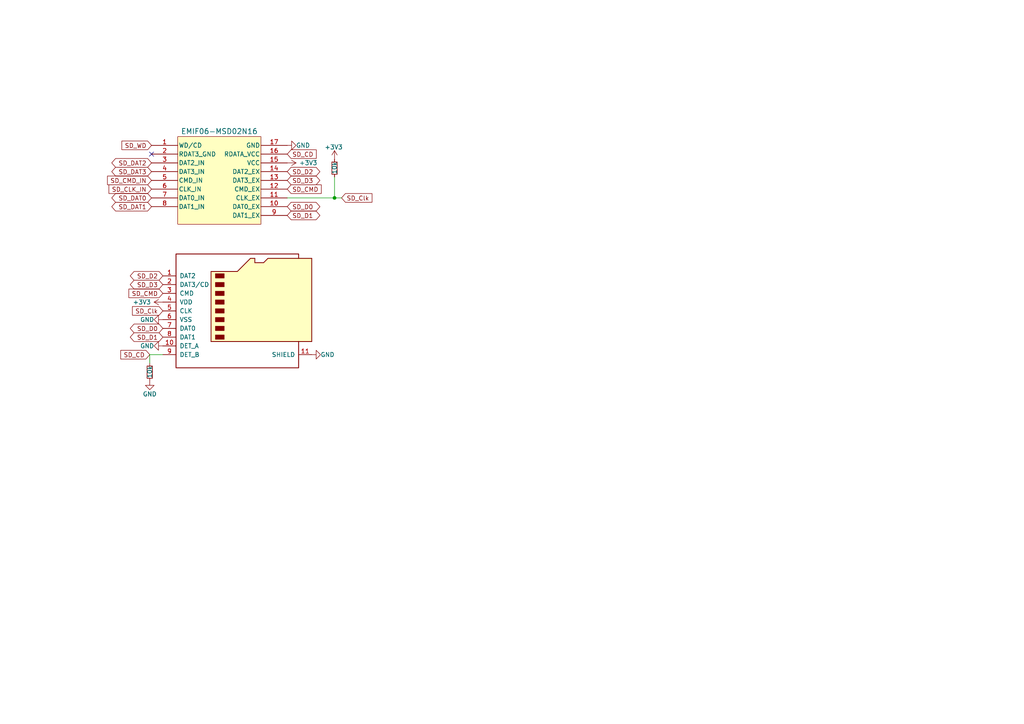
<source format=kicad_sch>
(kicad_sch (version 20231120) (generator "eeschema") (generator_version "8.0")
  (paper "A4")
  (lib_symbols
    (symbol "DFTBoard-rescue:Micro_SD_Card_Det-" (pin_names (offset 1.016))
      (property "Reference" "J" (at -16.51 17.78 0))
      (property "Value" "Micro_SD_Card_Det-" (at 16.51 17.78 0))
      (symbol "Micro_SD_Card_Det-_0_1"
        (rectangle (start -7.62 -6.985) (end -5.08 -8.255) (fill (type outline)))
        (rectangle (start -7.62 -4.445) (end -5.08 -5.715) (fill (type outline)))
        (rectangle (start -7.62 -1.905) (end -5.08 -3.175) (fill (type outline)))
        (rectangle (start -7.62 0.635) (end -5.08 -0.635) (fill (type outline)))
        (rectangle (start -7.62 3.175) (end -5.08 1.905) (fill (type outline)))
        (rectangle (start -7.62 5.715) (end -5.08 4.445) (fill (type outline)))
        (rectangle (start -7.62 8.255) (end -5.08 6.985) (fill (type outline)))
        (rectangle (start -7.62 10.795) (end -5.08 9.525) (fill (type outline)))
        (polyline (pts (xy 16.51 15.24) (xy 16.51 16.51) (xy -19.05 16.51) (xy -19.05 -16.51) (xy 16.51 -16.51) (xy 16.51 -8.89)) (stroke (width 0.254)))
        (polyline (pts (xy -8.89 -8.89) (xy -8.89 11.43) (xy -1.27 11.43) (xy 2.54 15.24) (xy 3.81 15.24) (xy 3.81 13.97) (xy 6.35 13.97) (xy 7.62 15.24) (xy 20.32 15.24) (xy 20.32 -8.89) (xy -8.89 -8.89)) (stroke (width 0.254)) (fill (type background)))
      )
      (symbol "Micro_SD_Card_Det-_1_1"
        (pin bidirectional line (at -22.86 10.16 0) (length 3.81) (name "DAT2") (number "1"))
        (pin passive line (at -22.86 -10.16 0) (length 3.81) (name "DET_A") (number "10"))
        (pin passive line (at 20.32 -12.7 180) (length 3.81) (name "SHIELD") (number "11"))
        (pin bidirectional line (at -22.86 7.62 0) (length 3.81) (name "DAT3/CD") (number "2"))
        (pin input line (at -22.86 5.08 0) (length 3.81) (name "CMD") (number "3"))
        (pin power_in line (at -22.86 2.54 0) (length 3.81) (name "VDD") (number "4"))
        (pin input line (at -22.86 0 0) (length 3.81) (name "CLK") (number "5"))
        (pin power_in line (at -22.86 -2.54 0) (length 3.81) (name "VSS") (number "6"))
        (pin input line (at -22.86 -5.08 0) (length 3.81) (name "DAT0") (number "7"))
        (pin input line (at -22.86 -7.62 0) (length 3.81) (name "DAT1") (number "8"))
        (pin passive line (at -22.86 -12.7 0) (length 3.81) (name "DET_B") (number "9"))
      )
    )
    (symbol "Device:R_Small" (pin_numbers hide) (pin_names (offset 0.254) hide)
      (property "Reference" "R" (at 0.762 0.508 0))
      (property "Value" "R_Small" (at 0.762 -1.016 0))
      (symbol "R_Small_0_1"
        (rectangle (start -0.762 1.778) (end 0.762 -1.778) (stroke (width 0.2032)))
      )
      (symbol "R_Small_1_1"
        (pin passive line (at 0 2.54 270) (length 0.762) (name "~") (number "1"))
        (pin passive line (at 0 -2.54 90) (length 0.762) (name "~") (number "2"))
      )
    )
    (symbol "new shii:EMIF06-MSD02N16" (pin_names (offset 0.254))
      (property "Reference" "U" (at 30.48 10.16 0))
      (property "Value" "EMIF06-MSD02N16" (at 30.48 7.62 0))
      (symbol "EMIF06-MSD02N16_0_1"
        (pin unspecified line (at 21.59 0 0) (length 7.62) (name "WD/CD") (number "1"))
        (pin bidirectional line (at 60.96 -17.78 180) (length 7.62) (name "DAT0_EX") (number "10"))
        (pin unspecified line (at 60.96 -15.24 180) (length 7.62) (name "CLK_EX") (number "11"))
        (pin unspecified line (at 60.96 -12.7 180) (length 7.62) (name "CMD_EX") (number "12"))
        (pin bidirectional line (at 60.96 -10.16 180) (length 7.62) (name "DAT3_EX") (number "13"))
        (pin bidirectional line (at 60.96 -7.62 180) (length 7.62) (name "DAT2_EX") (number "14"))
        (pin power_in line (at 60.96 -5.08 180) (length 7.62) (name "VCC") (number "15"))
        (pin unspecified line (at 60.96 -2.54 180) (length 7.62) (name "RDATA_VCC") (number "16"))
        (pin power_out line (at 60.96 0 180) (length 7.62) (name "GND") (number "17"))
        (pin power_out line (at 21.59 -2.54 0) (length 7.62) (name "RDAT3_GND") (number "2"))
        (pin bidirectional line (at 21.59 -5.08 0) (length 7.62) (name "DAT2_IN") (number "3"))
        (pin bidirectional line (at 21.59 -7.62 0) (length 7.62) (name "DAT3_IN") (number "4"))
        (pin unspecified line (at 21.59 -10.16 0) (length 7.62) (name "CMD_IN") (number "5"))
        (pin unspecified line (at 21.59 -12.7 0) (length 7.62) (name "CLK_IN") (number "6"))
        (pin bidirectional line (at 21.59 -15.24 0) (length 7.62) (name "DAT0_IN") (number "7"))
        (pin bidirectional line (at 21.59 -17.78 0) (length 7.62) (name "DAT1_IN") (number "8"))
        (pin bidirectional line (at 60.96 -20.32 180) (length 7.62) (name "DAT1_EX") (number "9"))
      )
      (symbol "EMIF06-MSD02N16_1_1"
        (rectangle (start 29.21 2.54) (end 53.34 -22.86) (fill (type background)))
      )
    )
    (symbol "power:+3V3" (power) (pin_names (offset 0))
      (property "Value" "+3V3" (at 0 3.556 0))
      (symbol "+3V3_0_1"
        (polyline (pts (xy -0.762 1.27) (xy 0 2.54)))
        (polyline (pts (xy 0 0) (xy 0 2.54)))
        (polyline (pts (xy 0 2.54) (xy 0.762 1.27)))
      )
      (symbol "+3V3_1_1"
        (pin power_in line (at 0 0 90) (length 0) hide (name "+3V3") (number "1"))
      )
    )
    (symbol "power:GND" (power) (pin_names (offset 0))
      (property "Value" "GND" (at 0 -3.81 0))
      (symbol "GND_0_1"
        (polyline (pts (xy 0 0) (xy 0 -1.27) (xy 1.27 -1.27) (xy 0 -2.54) (xy -1.27 -1.27) (xy 0 -1.27)))
      )
      (symbol "GND_1_1"
        (pin power_in line (at 0 0 270) (length 0) hide (name "GND") (number "1"))
      )
    )
  )
  (junction (at 97.028 57.404))
  (no_connect (at 43.942 44.704))
  (wire (pts (xy 97.028 51.308) (xy 97.028 57.404)))
  (wire (pts (xy 99.06 57.404) (xy 97.028 57.404)))
  (wire (pts (xy 47.244 102.87) (xy 43.434 102.87)))
  (wire (pts (xy 97.028 57.404) (xy 83.312 57.404)))
  (wire (pts (xy 43.434 105.41) (xy 43.434 102.87)))
  (global_label "SD_DAT1" (shape bidirectional) (at 43.942 59.944 180) (property "Intersheetrefs" "${INTERSHEET_REFS}" (effects (hide yes))))
  (global_label "SD_DAT3" (shape bidirectional) (at 43.942 49.784 180) (property "Intersheetrefs" "${INTERSHEET_REFS}" (effects (hide yes))))
  (global_label "SD_D1" (shape bidirectional) (at 47.244 97.79 180) (property "Intersheetrefs" "${INTERSHEET_REFS}" (effects (hide yes))))
  (global_label "SD_DAT2" (shape bidirectional) (at 43.942 47.244 180) (property "Intersheetrefs" "${INTERSHEET_REFS}" (effects (hide yes))))
  (global_label "SD_CMD_IN" (shape input) (at 43.942 52.324 180) (property "Intersheetrefs" "${INTERSHEET_REFS}" (effects (hide yes))))
  (global_label "SD_WD" (shape input) (at 43.942 42.164 180) (property "Intersheetrefs" "${INTERSHEET_REFS}" (effects (hide yes))))
  (global_label "SD_CD" (shape input) (at 83.312 44.704 0) (property "Intersheetrefs" "${INTERSHEET_REFS}" (effects (hide yes))))
  (global_label "SD_D1" (shape bidirectional) (at 83.312 62.484 0) (property "Intersheetrefs" "${INTERSHEET_REFS}" (effects (hide yes))))
  (global_label "SD_D2" (shape bidirectional) (at 47.244 80.01 180) (property "Intersheetrefs" "${INTERSHEET_REFS}" (effects (hide yes))))
  (global_label "SD_CD" (shape input) (at 43.434 102.87 180) (property "Intersheetrefs" "${INTERSHEET_REFS}" (effects (hide yes))))
  (global_label "SD_CMD" (shape input) (at 47.244 85.09 180) (property "Intersheetrefs" "${INTERSHEET_REFS}" (effects (hide yes))))
  (global_label "SD_Clk" (shape input) (at 47.244 90.17 180) (property "Intersheetrefs" "${INTERSHEET_REFS}" (effects (hide yes))))
  (global_label "SD_D2" (shape bidirectional) (at 83.312 49.784 0) (property "Intersheetrefs" "${INTERSHEET_REFS}" (effects (hide yes))))
  (global_label "SD_D0" (shape bidirectional) (at 47.244 95.25 180) (property "Intersheetrefs" "${INTERSHEET_REFS}" (effects (hide yes))))
  (global_label "SD_CLK_IN" (shape input) (at 43.942 54.864 180) (property "Intersheetrefs" "${INTERSHEET_REFS}" (effects (hide yes))))
  (global_label "SD_DAT0" (shape bidirectional) (at 43.942 57.404 180) (property "Intersheetrefs" "${INTERSHEET_REFS}" (effects (hide yes))))
  (global_label "SD_Clk" (shape input) (at 99.06 57.404 0) (property "Intersheetrefs" "${INTERSHEET_REFS}" (effects (hide yes))))
  (global_label "SD_CMD" (shape input) (at 83.312 54.864 0) (property "Intersheetrefs" "${INTERSHEET_REFS}" (effects (hide yes))))
  (global_label "SD_D3" (shape bidirectional) (at 47.244 82.55 180) (property "Intersheetrefs" "${INTERSHEET_REFS}" (effects (hide yes))))
  (global_label "SD_D3" (shape bidirectional) (at 83.312 52.324 0) (property "Intersheetrefs" "${INTERSHEET_REFS}" (effects (hide yes))))
  (global_label "SD_D0" (shape bidirectional) (at 83.312 59.944 0) (property "Intersheetrefs" "${INTERSHEET_REFS}" (effects (hide yes))))
  (symbol (lib_id "new shii:EMIF06-MSD02N16") (at 22.352 42.164 0) (unit 1)
    (property "Reference" "U2" (effects (hide yes)))
    (property "Value" "EMIF06-MSD02N16" (at 63.627 38.1 0) (effects (font (size 1.524 1.524))))
    (property "Footprint" "MICROQFN16_1P25X3P55X0P4_STM" (effects (hide yes)))
    (property "Datasheet" "EMIF06-MSD02N16" (effects (hide yes)))
  )
  (symbol (lib_id "DFTBoard-rescue:Micro_SD_Card_Det-") (at 70.104 90.17 0) (unit 1)
    (property "Reference" "J1" (effects (hide yes)))
    (property "Value" "Micro_SD_Card_Det" (effects (hide yes)))
    (property "Footprint" "DFTcustom:AMPHENOL-114-00841-68" (effects (hide yes)))
    (property "Datasheet" "x" (effects (hide yes)))
    (property "MFR" "Amphenol ICC" (effects (hide yes)))
    (property "MPN" "114-00841-68" (effects (hide yes)))
    (property "SPR" "Digikey" (effects (hide yes)))
    (property "SPN" "114-00841-68-1-ND" (effects (hide yes)))
    (property "SPURL" "-" (effects (hide yes)))
    (instances (project "SYNC_VT" (path "" (reference "J1") (unit 1))) (project "DFTBoard" (path "" (reference "J?") (unit 1)) (path "" (reference "J8") (unit 1))))
  )
  (symbol (lib_id "power:GND") (at 47.244 92.71 270) (unit 1)
    (property "Reference" "#PWR03" (effects (hide yes)))
    (property "Value" "GND" (at 42.672 92.71 90))
    (instances (project "SYNC_VT" (path "" (reference "#PWR03") (unit 1))) (project "DFTBoard" (path "" (reference "#PWR0154") (unit 1))))
  )
  (symbol (lib_id "power:+3V3") (at 47.244 87.63 90) (unit 1)
    (property "Reference" "#PWR028" (effects (hide yes)))
    (property "Value" "+3V3" (at 41.148 87.63 90))
    (instances (project "SYNC_VT" (path "" (reference "#PWR028") (unit 1))) (project "DFTBoard" (path "" (reference "#PWR?") (unit 1)) (path "" (reference "#PWR0225") (unit 1))))
  )
  (symbol (lib_id "Device:R_Small") (at 43.434 107.95 180) (unit 1)
    (property "Reference" "R33" (effects (hide yes)))
    (property "Value" "10k" (at 43.434 109.728 90) (effects (justify right)))
    (property "Footprint" "Resistor_SMD:R_0805_2012Metric" (effects (hide yes)))
    (property "Datasheet" "0805W8F1002T5E" (effects (hide yes)))
    (property "MFR" "Yageo" (effects (hide yes)))
    (property "MPN" "RC0402FR-0747KL" (effects (hide yes)))
    (property "SPR" "Digikey" (effects (hide yes)))
    (property "SPN" "311-47.0KLRTR-ND" (effects (hide yes)))
    (property "SPURL" "-" (effects (hide yes)))
    (instances (project "SYNC_VT" (path "" (reference "R33") (unit 1))) (project "DFTBoard" (path "" (reference "R?") (unit 1)) (path "" (reference "R99") (unit 1))))
  )
  (symbol (lib_id "power:+3V3") (at 83.312 47.244 270) (mirror x) (unit 1)
    (property "Reference" "#PWR04" (effects (hide yes)))
    (property "Value" "+3V3" (at 89.408 47.244 90))
    (instances (project "SYNC_VT" (path "" (reference "#PWR04") (unit 1))) (project "DFTBoard" (path "" (reference "#PWR?") (unit 1)) (path "" (reference "#PWR0225") (unit 1))))
  )
  (symbol (lib_id "power:GND") (at 47.244 100.33 270) (unit 1)
    (property "Reference" "#PWR02" (effects (hide yes)))
    (property "Value" "GND" (at 42.672 100.33 90))
    (instances (project "SYNC_VT" (path "" (reference "#PWR02") (unit 1))) (project "DFTBoard" (path "" (reference "#PWR0154") (unit 1))))
  )
  (symbol (lib_id "power:GND") (at 90.424 102.87 90) (mirror x) (unit 1)
    (property "Reference" "#PWR031" (effects (hide yes)))
    (property "Value" "GND" (at 94.996 102.87 90))
    (instances (project "SYNC_VT" (path "" (reference "#PWR031") (unit 1))) (project "DFTBoard" (path "" (reference "#PWR0154") (unit 1))))
  )
  (symbol (lib_id "Device:R_Small") (at 97.028 48.768 180) (unit 1)
    (property "Reference" "R34" (effects (hide yes)))
    (property "Value" "10k" (at 97.028 50.546 90) (effects (justify right)))
    (property "Footprint" "Resistor_SMD:R_0805_2012Metric" (effects (hide yes)))
    (property "Datasheet" "0805W8F1002T5E" (effects (hide yes)))
    (property "MFR" "Yageo" (effects (hide yes)))
    (property "MPN" "RC0402FR-0747KL" (effects (hide yes)))
    (property "SPR" "Digikey" (effects (hide yes)))
    (property "SPN" "311-47.0KLRTR-ND" (effects (hide yes)))
    (property "SPURL" "-" (effects (hide yes)))
    (instances (project "SYNC_VT" (path "" (reference "R34") (unit 1))) (project "DFTBoard" (path "" (reference "R?") (unit 1)) (path "" (reference "R99") (unit 1))))
  )
  (symbol (lib_id "power:GND") (at 43.434 110.49 0) (unit 1)
    (property "Reference" "#PWR07" (effects (hide yes)))
    (property "Value" "GND" (at 43.434 114.3 0))
    (instances (project "SYNC_VT" (path "" (reference "#PWR07") (unit 1))) (project "DFTBoard" (path "" (reference "#PWR0154") (unit 1))))
  )
  (symbol (lib_id "power:GND") (at 83.312 42.164 90) (mirror x) (unit 1)
    (property "Reference" "#PWR029" (effects (hide yes)))
    (property "Value" "GND" (at 87.884 42.164 90))
    (instances (project "SYNC_VT" (path "" (reference "#PWR029") (unit 1))) (project "DFTBoard" (path "" (reference "#PWR0154") (unit 1))))
  )
  (symbol (lib_id "power:+3V3") (at 97.028 46.228 0) (mirror y) (unit 1)
    (property "Reference" "#PWR030" (effects (hide yes)))
    (property "Value" "+3V3" (at 96.774 42.672 0))
    (instances (project "SYNC_VT" (path "" (reference "#PWR030") (unit 1))) (project "DFTBoard" (path "" (reference "#PWR?") (unit 1)) (path "" (reference "#PWR0225") (unit 1))))
  )
)
</source>
